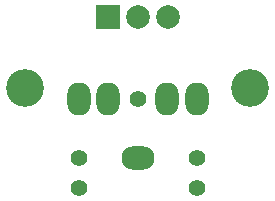
<source format=gts>
G04*
G04 #@! TF.GenerationSoftware,Altium Limited,Altium Designer,23.2.1 (34)*
G04*
G04 Layer_Color=8388736*
%FSLAX25Y25*%
%MOIN*%
G70*
G04*
G04 #@! TF.SameCoordinates,276D0592-8338-4153-8C3D-7B1FABEF18E7*
G04*
G04*
G04 #@! TF.FilePolarity,Negative*
G04*
G01*
G75*
%ADD13C,0.12611*%
%ADD14R,0.07887X0.07887*%
%ADD15C,0.07887*%
%ADD16O,0.07887X0.11036*%
%ADD17O,0.11036X0.07887*%
%ADD18C,0.05524*%
D13*
X393701Y248031D02*
D03*
X318898D02*
D03*
D14*
X346299Y271654D02*
D03*
D15*
X356299D02*
D03*
X366299D02*
D03*
D16*
X375984Y244094D02*
D03*
X336614D02*
D03*
X346457D02*
D03*
X366142D02*
D03*
D17*
X356299Y224410D02*
D03*
D18*
Y244094D02*
D03*
X336614Y224410D02*
D03*
Y214567D02*
D03*
X375984Y224410D02*
D03*
Y214567D02*
D03*
M02*

</source>
